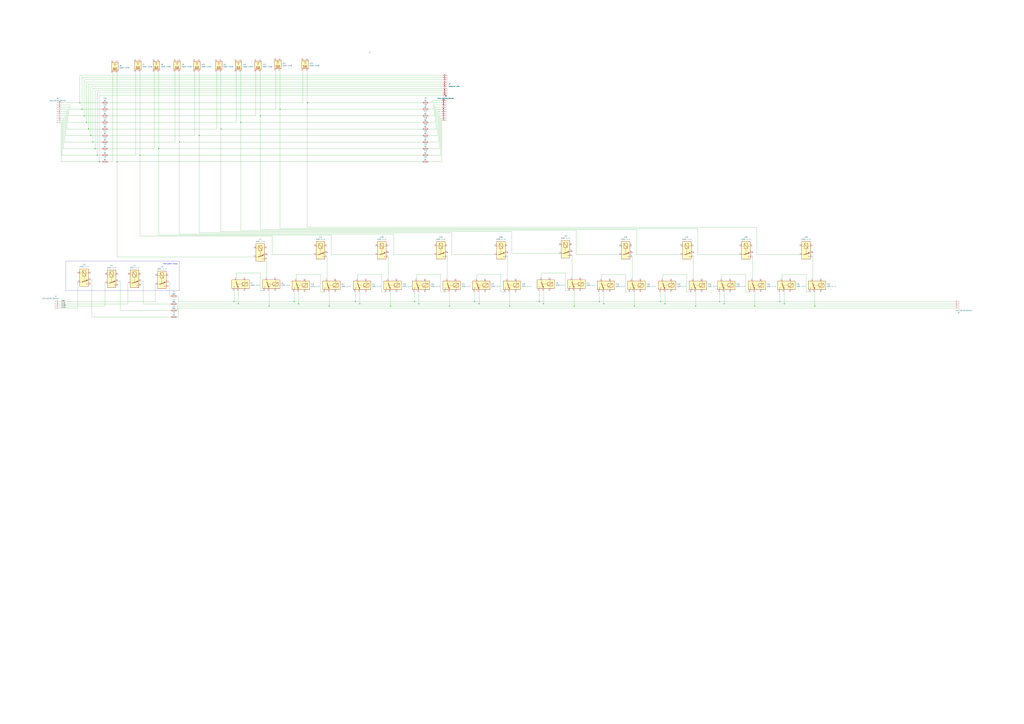
<source format=kicad_sch>
(kicad_sch (version 20230121) (generator eeschema)
  (paper "A0")
  (lib_symbols
    (symbol "Connector:Conn_01x04_Socket" (pin_names (offset 1.016) hide)
      (property "Reference" "J" (at 0 5.08 0))
      (property "Value" "Conn_01x04_Socket" (at 0 -7.62 0))
      (symbol "Conn_01x04_Socket_1_1"
        (arc (start 0 -4.572) (mid -0.5058 -5.08) (end 0 -5.588) (stroke (width 0.1524)))
        (arc (start 0 -2.032) (mid -0.5058 -2.54) (end 0 -3.048) (stroke (width 0.1524)))
        (polyline (pts (xy -1.27 -5.08) (xy -0.508 -5.08)) (stroke (width 0.1524)))
        (polyline (pts (xy -1.27 -2.54) (xy -0.508 -2.54)) (stroke (width 0.1524)))
        (polyline (pts (xy -1.27 0) (xy -0.508 0)) (stroke (width 0.1524)))
        (polyline (pts (xy -1.27 2.54) (xy -0.508 2.54)) (stroke (width 0.1524)))
        (arc (start 0 0.508) (mid -0.5058 0) (end 0 -0.508) (stroke (width 0.1524)))
        (arc (start 0 3.048) (mid -0.5058 2.54) (end 0 2.032) (stroke (width 0.1524)))
        (pin passive line (at -5.08 2.54 0) (length 3.81) (name "Pin_1") (number "1"))
        (pin passive line (at -5.08 0 0) (length 3.81) (name "Pin_2") (number "2"))
        (pin passive line (at -5.08 -2.54 0) (length 3.81) (name "Pin_3") (number "3"))
        (pin passive line (at -5.08 -5.08 0) (length 3.81) (name "Pin_4") (number "4"))
      )
    )
    (symbol "Connector:Conn_01x10_Socket" (pin_names (offset 1.016) hide)
      (property "Reference" "J" (at 0 12.7 0))
      (property "Value" "Conn_01x10_Socket" (at 0 -15.24 0))
      (symbol "Conn_01x10_Socket_1_1"
        (arc (start 0 -12.192) (mid -0.5058 -12.7) (end 0 -13.208) (stroke (width 0.1524)))
        (arc (start 0 -9.652) (mid -0.5058 -10.16) (end 0 -10.668) (stroke (width 0.1524)))
        (arc (start 0 -7.112) (mid -0.5058 -7.62) (end 0 -8.128) (stroke (width 0.1524)))
        (arc (start 0 -4.572) (mid -0.5058 -5.08) (end 0 -5.588) (stroke (width 0.1524)))
        (arc (start 0 -2.032) (mid -0.5058 -2.54) (end 0 -3.048) (stroke (width 0.1524)))
        (polyline (pts (xy -1.27 -12.7) (xy -0.508 -12.7)) (stroke (width 0.1524)))
        (polyline (pts (xy -1.27 -10.16) (xy -0.508 -10.16)) (stroke (width 0.1524)))
        (polyline (pts (xy -1.27 -7.62) (xy -0.508 -7.62)) (stroke (width 0.1524)))
        (polyline (pts (xy -1.27 -5.08) (xy -0.508 -5.08)) (stroke (width 0.1524)))
        (polyline (pts (xy -1.27 -2.54) (xy -0.508 -2.54)) (stroke (width 0.1524)))
        (polyline (pts (xy -1.27 0) (xy -0.508 0)) (stroke (width 0.1524)))
        (polyline (pts (xy -1.27 2.54) (xy -0.508 2.54)) (stroke (width 0.1524)))
        (polyline (pts (xy -1.27 5.08) (xy -0.508 5.08)) (stroke (width 0.1524)))
        (polyline (pts (xy -1.27 7.62) (xy -0.508 7.62)) (stroke (width 0.1524)))
        (polyline (pts (xy -1.27 10.16) (xy -0.508 10.16)) (stroke (width 0.1524)))
        (arc (start 0 0.508) (mid -0.5058 0) (end 0 -0.508) (stroke (width 0.1524)))
        (arc (start 0 3.048) (mid -0.5058 2.54) (end 0 2.032) (stroke (width 0.1524)))
        (arc (start 0 5.588) (mid -0.5058 5.08) (end 0 4.572) (stroke (width 0.1524)))
        (arc (start 0 8.128) (mid -0.5058 7.62) (end 0 7.112) (stroke (width 0.1524)))
        (arc (start 0 10.668) (mid -0.5058 10.16) (end 0 9.652) (stroke (width 0.1524)))
        (pin passive line (at -5.08 10.16 0) (length 3.81) (name "Pin_1") (number "1"))
        (pin passive line (at -5.08 -12.7 0) (length 3.81) (name "Pin_10") (number "10"))
        (pin passive line (at -5.08 7.62 0) (length 3.81) (name "Pin_2") (number "2"))
        (pin passive line (at -5.08 5.08 0) (length 3.81) (name "Pin_3") (number "3"))
        (pin passive line (at -5.08 2.54 0) (length 3.81) (name "Pin_4") (number "4"))
        (pin passive line (at -5.08 0 0) (length 3.81) (name "Pin_5") (number "5"))
        (pin passive line (at -5.08 -2.54 0) (length 3.81) (name "Pin_6") (number "6"))
        (pin passive line (at -5.08 -5.08 0) (length 3.81) (name "Pin_7") (number "7"))
        (pin passive line (at -5.08 -7.62 0) (length 3.81) (name "Pin_8") (number "8"))
        (pin passive line (at -5.08 -10.16 0) (length 3.81) (name "Pin_9") (number "9"))
      )
    )
    (symbol "Device:Fuse" (pin_numbers hide) (pin_names (offset 0))
      (property "Reference" "F" (at 2.032 0 90))
      (property "Value" "Fuse" (at -1.905 0 90))
      (symbol "Fuse_0_1"
        (rectangle (start -0.762 -2.54) (end 0.762 2.54) (stroke (width 0.254)))
        (polyline (pts (xy 0 2.54) (xy 0 -2.54)))
      )
      (symbol "Fuse_1_1"
        (pin passive line (at 0 3.81 270) (length 1.27) (name "~") (number "1"))
        (pin passive line (at 0 -3.81 90) (length 1.27) (name "~") (number "2"))
      )
    )
    (symbol "Relay:G2RL-1-H"
      (property "Reference" "K" (at 11.43 3.81 0))
      (property "Value" "G2RL-1-H" (at 11.43 1.27 0))
      (symbol "G2RL-1-H_0_0"
        (polyline (pts (xy 7.62 5.08) (xy 7.62 2.54) (xy 6.985 3.175) (xy 7.62 3.81)))
      )
      (symbol "G2RL-1-H_0_1"
        (rectangle (start -10.16 5.08) (end 10.16 -5.08) (stroke (width 0.254)) (fill (type background)))
        (rectangle (start -8.255 1.905) (end -1.905 -1.905) (stroke (width 0.254)))
        (polyline (pts (xy -7.62 -1.905) (xy -2.54 1.905)) (stroke (width 0.254)))
        (polyline (pts (xy -5.08 -5.08) (xy -5.08 -1.905)))
        (polyline (pts (xy -5.08 5.08) (xy -5.08 1.905)))
        (polyline (pts (xy -1.905 0) (xy -1.27 0)) (stroke (width 0.254)))
        (polyline (pts (xy -0.635 0) (xy 0 0)) (stroke (width 0.254)))
        (polyline (pts (xy 0.635 0) (xy 1.27 0)) (stroke (width 0.254)))
        (polyline (pts (xy 1.905 0) (xy 2.54 0)) (stroke (width 0.254)))
        (polyline (pts (xy 3.175 0) (xy 3.81 0)) (stroke (width 0.254)))
        (polyline (pts (xy 5.08 -2.54) (xy 3.175 3.81)) (stroke (width 0.508)))
        (polyline (pts (xy 5.08 -2.54) (xy 5.08 -5.08)))
        (polyline (pts (xy 2.54 5.08) (xy 2.54 2.54) (xy 3.175 3.175) (xy 2.54 3.81)) (fill (type outline)))
      )
      (symbol "G2RL-1-H_1_1"
        (pin passive line (at 5.08 -7.62 90) (length 2.54) (name "~") (number "11"))
        (pin passive line (at 2.54 7.62 270) (length 2.54) (name "~") (number "12"))
        (pin passive line (at 7.62 7.62 270) (length 2.54) (name "~") (number "14"))
        (pin passive line (at -5.08 7.62 270) (length 2.54) (name "~") (number "A1"))
        (pin passive line (at -5.08 -7.62 90) (length 2.54) (name "~") (number "A2"))
      )
    )
    (symbol "Relay_SolidState:ASSR-1218"
      (property "Reference" "U" (at -5.08 5.08 0))
      (property "Value" "ASSR-1218" (at 0 5.08 0))
      (symbol "ASSR-1218_0_1"
        (rectangle (start -5.08 3.81) (end 5.08 -3.81) (stroke (width 0.254)) (fill (type background)))
        (polyline (pts (xy -3.81 -0.635) (xy -2.54 -0.635)))
        (polyline (pts (xy 1.016 -0.635) (xy 1.016 -2.159)) (stroke (width 0.2032)))
        (polyline (pts (xy 1.016 2.159) (xy 1.016 0.635)) (stroke (width 0.2032)))
        (polyline (pts (xy 1.524 -0.508) (xy 1.524 -0.762)) (stroke (width 0.3556)))
        (polyline (pts (xy 2.794 0) (xy 3.81 0)))
        (polyline (pts (xy 3.429 -1.651) (xy 4.191 -1.651)))
        (polyline (pts (xy 3.429 1.651) (xy 4.191 1.651)))
        (polyline (pts (xy 3.81 -2.54) (xy 3.81 2.54)))
        (polyline (pts (xy 1.524 -2.032) (xy 1.524 -2.286) (xy 1.524 -2.286)) (stroke (width 0.3556)))
        (polyline (pts (xy 1.524 -1.27) (xy 1.524 -1.524) (xy 1.524 -1.524)) (stroke (width 0.3556)))
        (polyline (pts (xy 1.524 0.762) (xy 1.524 0.508) (xy 1.524 0.508)) (stroke (width 0.3556)))
        (polyline (pts (xy 1.524 1.524) (xy 1.524 1.27) (xy 1.524 1.27)) (stroke (width 0.3556)))
        (polyline (pts (xy 1.524 2.286) (xy 1.524 2.032) (xy 1.524 2.032)) (stroke (width 0.3556)))
        (polyline (pts (xy 1.651 -1.397) (xy 2.794 -1.397) (xy 2.794 -0.635)))
        (polyline (pts (xy 1.651 1.397) (xy 2.794 1.397) (xy 2.794 0.635)))
        (polyline (pts (xy -5.08 2.54) (xy -3.175 2.54) (xy -3.175 -2.54) (xy -5.08 -2.54)))
        (polyline (pts (xy -3.175 -0.635) (xy -3.81 0.635) (xy -2.54 0.635) (xy -3.175 -0.635)))
        (polyline (pts (xy 1.651 -2.159) (xy 2.794 -2.159) (xy 2.794 -2.54) (xy 5.08 -2.54)))
        (polyline (pts (xy 1.651 -0.635) (xy 2.794 -0.635) (xy 2.794 0.635) (xy 1.651 0.635)))
        (polyline (pts (xy 1.651 2.159) (xy 2.794 2.159) (xy 2.794 2.54) (xy 5.08 2.54)))
        (polyline (pts (xy 1.778 -1.397) (xy 2.286 -1.27) (xy 2.286 -1.524) (xy 1.778 -1.397)))
        (polyline (pts (xy 1.778 1.397) (xy 2.286 1.524) (xy 2.286 1.27) (xy 1.778 1.397)))
        (polyline (pts (xy 3.81 -1.651) (xy 3.429 -0.889) (xy 4.191 -0.889) (xy 3.81 -1.651)))
        (polyline (pts (xy 3.81 1.651) (xy 3.429 0.889) (xy 4.191 0.889) (xy 3.81 1.651)))
        (polyline (pts (xy -1.905 -0.508) (xy -0.635 -0.508) (xy -1.016 -0.635) (xy -1.016 -0.381) (xy -0.635 -0.508)))
        (polyline (pts (xy -1.905 0.508) (xy -0.635 0.508) (xy -1.016 0.381) (xy -1.016 0.635) (xy -0.635 0.508)))
        (circle (center 2.794 -0.635) (radius 0.127))
        (circle (center 2.794 0) (radius 0.127))
        (circle (center 2.794 0.635) (radius 0.127))
        (circle (center 3.81 -2.54) (radius 0.127))
        (circle (center 3.81 0) (radius 0.127))
        (circle (center 3.81 2.54) (radius 0.127))
      )
      (symbol "ASSR-1218_1_1"
        (pin passive line (at -7.62 2.54 0) (length 2.54) (name "~") (number "1"))
        (pin passive line (at -7.62 -2.54 0) (length 2.54) (name "~") (number "2"))
        (pin passive line (at 7.62 -2.54 180) (length 2.54) (name "~") (number "3"))
        (pin passive line (at 7.62 2.54 180) (length 2.54) (name "~") (number "4"))
      )
    )
  )
  (junction (at 695.96 350.52))
  (junction (at 807.72 355.6))
  (junction (at 910.59 353.06))
  (junction (at 626.11 350.52))
  (junction (at 341.63 350.52))
  (junction (at 312.42 355.6))
  (junction (at 356.87 119.38))
  (junction (at 115.57 187.96))
  (junction (at 556.26 353.06))
  (junction (at 110.49 172.72))
  (junction (at 835.66 350.52))
  (junction (at 231.14 157.48))
  (junction (at 701.04 353.06))
  (junction (at 412.75 350.52))
  (junction (at 92.71 119.38))
  (junction (at 100.33 142.24))
  (junction (at 666.75 355.6))
  (junction (at 95.25 127))
  (junction (at 453.39 355.6))
  (junction (at 184.15 172.72))
  (junction (at 417.83 353.06))
  (junction (at 876.3 355.6))
  (junction (at 631.19 353.06))
  (junction (at 97.79 134.62))
  (junction (at 736.6 355.6))
  (junction (at 271.78 350.52))
  (junction (at 256.54 149.86))
  (junction (at 276.86 353.06))
  (junction (at 486.41 353.06))
  (junction (at 208.28 165.1))
  (junction (at 325.12 127))
  (junction (at 279.4 142.24))
  (junction (at 382.27 355.6))
  (junction (at 521.97 355.6))
  (junction (at 135.89 187.96))
  (junction (at 302.26 134.62))
  (junction (at 551.18 350.52))
  (junction (at 107.95 165.1))
  (junction (at 105.41 157.48))
  (junction (at 946.15 355.6))
  (junction (at 162.56 180.34))
  (junction (at 346.71 353.06))
  (junction (at 113.03 180.34))
  (junction (at 481.33 350.52))
  (junction (at 772.16 353.06))
  (junction (at 767.08 350.52))
  (junction (at 840.74 353.06))
  (junction (at 905.51 350.52))
  (junction (at 591.82 355.6))
  (junction (at 102.87 149.86))
  (no_connect (at 309.88 295.91))
  (no_connect (at 873.76 293.37))
  (no_connect (at 429.26 60.96))
  (no_connect (at 450.85 293.37))
  (no_connect (at 943.61 293.37))
  (no_connect (at 805.18 293.37))
  (no_connect (at 379.73 293.37))
  (no_connect (at 734.06 293.37))
  (no_connect (at 519.43 293.37))
  (no_connect (at 664.21 292.1))
  (no_connect (at 589.28 293.37))
  (wire (pts (xy 125.73 142.24) (xy 274.32 142.24)))
  (wire (pts (xy 581.66 318.77) (xy 581.66 339.09)))
  (wire (pts (xy 184.15 273.05) (xy 184.15 172.72)))
  (wire (pts (xy 504.19 134.62) (xy 504.19 121.92)))
  (wire (pts (xy 486.41 353.06) (xy 556.26 353.06)))
  (wire (pts (xy 946.15 339.09) (xy 946.15 355.6)))
  (wire (pts (xy 928.37 295.91) (xy 878.84 295.91)))
  (wire (pts (xy 302.26 337.82) (xy 307.34 337.82)))
  (wire (pts (xy 166.37 326.39) (xy 166.37 353.06)))
  (wire (pts (xy 256.54 269.24) (xy 256.54 149.86)))
  (wire (pts (xy 316.23 295.91) (xy 316.23 274.32)))
  (wire (pts (xy 626.11 337.82) (xy 626.11 350.52)))
  (wire (pts (xy 589.28 298.45) (xy 589.28 323.85)))
  (wire (pts (xy 81.28 127) (xy 81.28 121.92)))
  (wire (pts (xy 205.74 353.06) (xy 276.86 353.06)))
  (wire (pts (xy 341.63 350.52) (xy 412.75 350.52)))
  (wire (pts (xy 351.79 82.55) (xy 351.79 119.38)))
  (wire (pts (xy 316.23 274.32) (xy 162.56 274.32)))
  (wire (pts (xy 521.97 339.09) (xy 521.97 355.6)))
  (wire (pts (xy 524.51 270.51) (xy 231.14 270.51)))
  (wire (pts (xy 935.99 318.77) (xy 935.99 339.09)))
  (wire (pts (xy 835.66 350.52) (xy 905.51 350.52)))
  (wire (pts (xy 76.2 157.48) (xy 76.2 132.08)))
  (wire (pts (xy 115.57 187.96) (xy 118.11 187.96)))
  (wire (pts (xy 594.36 269.24) (xy 256.54 269.24)))
  (wire (pts (xy 256.54 83.82) (xy 256.54 149.86)))
  (wire (pts (xy 767.08 350.52) (xy 835.66 350.52)))
  (wire (pts (xy 72.39 180.34) (xy 72.39 139.7)))
  (wire (pts (xy 356.87 82.55) (xy 356.87 119.38)))
  (wire (pts (xy 302.26 317.5) (xy 302.26 337.82)))
  (wire (pts (xy 840.74 339.09) (xy 840.74 353.06)))
  (wire (pts (xy 312.42 355.6) (xy 382.27 355.6)))
  (wire (pts (xy 76.2 157.48) (xy 105.41 157.48)))
  (wire (pts (xy 68.58 355.6) (xy 121.92 355.6)))
  (wire (pts (xy 858.52 295.91) (xy 810.26 295.91)))
  (wire (pts (xy 346.71 339.09) (xy 346.71 353.06)))
  (wire (pts (xy 162.56 180.34) (xy 162.56 83.82)))
  (wire (pts (xy 125.73 134.62) (xy 297.18 134.62)))
  (wire (pts (xy 92.71 119.38) (xy 118.11 119.38)))
  (wire (pts (xy 372.11 339.09) (xy 377.19 339.09)))
  (wire (pts (xy 92.71 87.63) (xy 92.71 119.38)))
  (wire (pts (xy 205.74 344.17) (xy 207.01 344.17)))
  (wire (pts (xy 946.15 355.6) (xy 1108.71 355.6)))
  (wire (pts (xy 810.26 295.91) (xy 810.26 265.43)))
  (wire (pts (xy 125.73 119.38) (xy 351.79 119.38)))
  (wire (pts (xy 513.08 187.96) (xy 513.08 139.7)))
  (wire (pts (xy 669.29 295.91) (xy 669.29 267.97)))
  (wire (pts (xy 628.65 317.5) (xy 656.59 317.5)))
  (wire (pts (xy 73.66 137.16) (xy 71.12 137.16)))
  (wire (pts (xy 125.73 157.48) (xy 226.06 157.48)))
  (wire (pts (xy 807.72 355.6) (xy 876.3 355.6)))
  (wire (pts (xy 162.56 274.32) (xy 162.56 180.34)))
  (wire (pts (xy 73.66 172.72) (xy 110.49 172.72)))
  (wire (pts (xy 302.26 83.82) (xy 302.26 134.62)))
  (wire (pts (xy 506.73 149.86) (xy 497.84 149.86)))
  (wire (pts (xy 457.2 271.78) (xy 208.28 271.78)))
  (wire (pts (xy 207.01 358.14) (xy 207.01 368.3)))
  (wire (pts (xy 102.87 149.86) (xy 118.11 149.86)))
  (wire (pts (xy 110.49 105.41) (xy 110.49 172.72)))
  (wire (pts (xy 726.44 318.77) (xy 726.44 339.09)))
  (wire (pts (xy 274.32 83.82) (xy 274.32 142.24)))
  (wire (pts (xy 412.75 350.52) (xy 481.33 350.52)))
  (wire (pts (xy 628.65 322.58) (xy 628.65 317.5)))
  (wire (pts (xy 110.49 172.72) (xy 118.11 172.72)))
  (wire (pts (xy 102.87 97.79) (xy 102.87 149.86)))
  (wire (pts (xy 309.88 300.99) (xy 309.88 322.58)))
  (wire (pts (xy 274.32 322.58) (xy 274.32 317.5)))
  (wire (pts (xy 157.48 83.82) (xy 157.48 180.34)))
  (wire (pts (xy 511.81 180.34) (xy 511.81 137.16)))
  (wire (pts (xy 807.72 339.09) (xy 807.72 355.6)))
  (wire (pts (xy 483.87 323.85) (xy 483.87 318.77)))
  (wire (pts (xy 276.86 337.82) (xy 276.86 353.06)))
  (wire (pts (xy 457.2 295.91) (xy 457.2 271.78)))
  (wire (pts (xy 95.25 127) (xy 118.11 127)))
  (wire (pts (xy 207.01 350.52) (xy 271.78 350.52)))
  (wire (pts (xy 130.81 85.09) (xy 130.81 187.96)))
  (wire (pts (xy 271.78 350.52) (xy 341.63 350.52)))
  (wire (pts (xy 481.33 339.09) (xy 481.33 350.52)))
  (wire (pts (xy 669.29 267.97) (xy 279.4 267.97)))
  (wire (pts (xy 878.84 264.16) (xy 356.87 264.16)))
  (wire (pts (xy 666.75 355.6) (xy 736.6 355.6)))
  (wire (pts (xy 208.28 83.82) (xy 208.28 165.1)))
  (wire (pts (xy 840.74 353.06) (xy 910.59 353.06)))
  (wire (pts (xy 100.33 95.25) (xy 100.33 142.24)))
  (wire (pts (xy 453.39 355.6) (xy 521.97 355.6)))
  (wire (pts (xy 581.66 339.09) (xy 586.74 339.09)))
  (wire (pts (xy 524.51 295.91) (xy 524.51 270.51)))
  (wire (pts (xy 767.08 339.09) (xy 767.08 350.52)))
  (wire (pts (xy 382.27 339.09) (xy 382.27 355.6)))
  (wire (pts (xy 68.58 353.06) (xy 148.59 353.06)))
  (wire (pts (xy 97.79 92.71) (xy 97.79 134.62)))
  (wire (pts (xy 77.47 149.86) (xy 77.47 129.54)))
  (wire (pts (xy 695.96 350.52) (xy 767.08 350.52)))
  (wire (pts (xy 701.04 353.06) (xy 772.16 353.06)))
  (wire (pts (xy 135.89 85.09) (xy 135.89 187.96)))
  (wire (pts (xy 736.6 339.09) (xy 736.6 355.6)))
  (wire (pts (xy 810.26 265.43) (xy 325.12 265.43)))
  (wire (pts (xy 739.14 266.7) (xy 302.26 266.7)))
  (wire (pts (xy 74.93 165.1) (xy 107.95 165.1)))
  (wire (pts (xy 734.06 298.45) (xy 734.06 323.85)))
  (wire (pts (xy 504.19 134.62) (xy 497.84 134.62)))
  (wire (pts (xy 72.39 139.7) (xy 71.12 139.7)))
  (wire (pts (xy 344.17 318.77) (xy 372.11 318.77)))
  (wire (pts (xy 514.35 97.79) (xy 102.87 97.79)))
  (wire (pts (xy 256.54 149.86) (xy 490.22 149.86)))
  (wire (pts (xy 508 157.48) (xy 497.84 157.48)))
  (wire (pts (xy 656.59 337.82) (xy 661.67 337.82)))
  (wire (pts (xy 910.59 339.09) (xy 910.59 353.06)))
  (wire (pts (xy 838.2 323.85) (xy 838.2 318.77)))
  (wire (pts (xy 95.25 90.17) (xy 95.25 127)))
  (wire (pts (xy 179.07 83.82) (xy 179.07 172.72)))
  (wire (pts (xy 772.16 353.06) (xy 840.74 353.06)))
  (wire (pts (xy 364.49 295.91) (xy 316.23 295.91)))
  (wire (pts (xy 772.16 339.09) (xy 772.16 353.06)))
  (wire (pts (xy 876.3 339.09) (xy 876.3 355.6)))
  (wire (pts (xy 551.18 350.52) (xy 626.11 350.52)))
  (wire (pts (xy 739.14 295.91) (xy 739.14 266.7)))
  (wire (pts (xy 251.46 83.82) (xy 251.46 149.86)))
  (wire (pts (xy 135.89 187.96) (xy 135.89 298.45)))
  (wire (pts (xy 838.2 318.77) (xy 866.14 318.77)))
  (wire (pts (xy 302.26 134.62) (xy 490.22 134.62)))
  (wire (pts (xy 506.73 149.86) (xy 506.73 127)))
  (wire (pts (xy 139.7 326.39) (xy 139.7 360.68)))
  (wire (pts (xy 698.5 318.77) (xy 726.44 318.77)))
  (wire (pts (xy 231.14 157.48) (xy 490.22 157.48)))
  (wire (pts (xy 415.29 318.77) (xy 443.23 318.77)))
  (wire (pts (xy 908.05 318.77) (xy 935.99 318.77)))
  (wire (pts (xy 504.19 295.91) (xy 457.2 295.91)))
  (wire (pts (xy 166.37 353.06) (xy 198.12 353.06)))
  (wire (pts (xy 113.03 107.95) (xy 113.03 180.34)))
  (wire (pts (xy 908.05 323.85) (xy 908.05 318.77)))
  (wire (pts (xy 208.28 271.78) (xy 208.28 165.1)))
  (wire (pts (xy 78.74 127) (xy 71.12 127)))
  (wire (pts (xy 302.26 134.62) (xy 302.26 266.7)))
  (wire (pts (xy 505.46 142.24) (xy 497.84 142.24)))
  (wire (pts (xy 80.01 134.62) (xy 80.01 124.46)))
  (wire (pts (xy 551.18 339.09) (xy 551.18 350.52)))
  (wire (pts (xy 356.87 119.38) (xy 490.22 119.38)))
  (wire (pts (xy 514.35 87.63) (xy 92.71 87.63)))
  (wire (pts (xy 905.51 350.52) (xy 1108.71 350.52)))
  (wire (pts (xy 71.12 119.38) (xy 92.71 119.38)))
  (wire (pts (xy 510.54 134.62) (xy 513.08 134.62)))
  (wire (pts (xy 501.65 116.84) (xy 513.08 116.84)))
  (wire (pts (xy 505.46 142.24) (xy 505.46 124.46)))
  (wire (pts (xy 511.81 318.77) (xy 511.81 339.09)))
  (wire (pts (xy 320.04 82.55) (xy 320.04 127)))
  (wire (pts (xy 769.62 318.77) (xy 797.56 318.77)))
  (wire (pts (xy 71.12 187.96) (xy 115.57 187.96)))
  (wire (pts (xy 501.65 119.38) (xy 501.65 116.84)))
  (wire (pts (xy 125.73 165.1) (xy 203.2 165.1)))
  (wire (pts (xy 148.59 328.93) (xy 148.59 353.06)))
  (wire (pts (xy 508 129.54) (xy 513.08 129.54)))
  (wire (pts (xy 125.73 149.86) (xy 251.46 149.86)))
  (wire (pts (xy 180.34 330.2) (xy 180.34 350.52)))
  (wire (pts (xy 666.75 337.82) (xy 666.75 355.6)))
  (wire (pts (xy 73.66 172.72) (xy 73.66 137.16)))
  (wire (pts (xy 443.23 318.77) (xy 443.23 339.09)))
  (wire (pts (xy 417.83 353.06) (xy 486.41 353.06)))
  (wire (pts (xy 276.86 353.06) (xy 346.71 353.06)))
  (wire (pts (xy 506.73 127) (xy 513.08 127)))
  (wire (pts (xy 135.89 187.96) (xy 490.22 187.96)))
  (wire (pts (xy 591.82 355.6) (xy 666.75 355.6)))
  (wire (pts (xy 203.2 83.82) (xy 203.2 165.1)))
  (wire (pts (xy 341.63 339.09) (xy 341.63 350.52)))
  (wire (pts (xy 789.94 295.91) (xy 739.14 295.91)))
  (wire (pts (xy 125.73 187.96) (xy 130.81 187.96)))
  (wire (pts (xy 162.56 180.34) (xy 490.22 180.34)))
  (wire (pts (xy 490.22 142.24) (xy 279.4 142.24)))
  (wire (pts (xy 106.68 368.3) (xy 198.12 368.3)))
  (wire (pts (xy 226.06 83.82) (xy 226.06 157.48)))
  (wire (pts (xy 486.41 339.09) (xy 486.41 353.06)))
  (wire (pts (xy 943.61 298.45) (xy 943.61 323.85)))
  (wire (pts (xy 107.95 165.1) (xy 118.11 165.1)))
  (wire (pts (xy 78.74 142.24) (xy 100.33 142.24)))
  (wire (pts (xy 100.33 142.24) (xy 118.11 142.24)))
  (wire (pts (xy 504.19 121.92) (xy 513.08 121.92)))
  (wire (pts (xy 139.7 360.68) (xy 198.12 360.68)))
  (wire (pts (xy 501.65 119.38) (xy 497.84 119.38)))
  (wire (pts (xy 163.83 326.39) (xy 166.37 326.39)))
  (wire (pts (xy 184.15 172.72) (xy 490.22 172.72)))
  (wire (pts (xy 514.35 92.71) (xy 97.79 92.71)))
  (wire (pts (xy 443.23 339.09) (xy 448.31 339.09)))
  (wire (pts (xy 274.32 317.5) (xy 302.26 317.5)))
  (wire (pts (xy 205.74 355.6) (xy 312.42 355.6)))
  (wire (pts (xy 105.41 157.48) (xy 118.11 157.48)))
  (wire (pts (xy 325.12 265.43) (xy 325.12 127)))
  (wire (pts (xy 71.12 187.96) (xy 71.12 142.24)))
  (wire (pts (xy 279.4 267.97) (xy 279.4 142.24)))
  (wire (pts (xy 205.74 368.3) (xy 207.01 368.3)))
  (wire (pts (xy 701.04 339.09) (xy 701.04 353.06)))
  (wire (pts (xy 412.75 339.09) (xy 412.75 350.52)))
  (wire (pts (xy 105.41 100.33) (xy 105.41 157.48)))
  (wire (pts (xy 648.97 294.64) (xy 594.36 294.64)))
  (wire (pts (xy 379.73 298.45) (xy 379.73 323.85)))
  (wire (pts (xy 68.58 350.52) (xy 180.34 350.52)))
  (wire (pts (xy 521.97 355.6) (xy 591.82 355.6)))
  (wire (pts (xy 508 157.48) (xy 508 129.54)))
  (wire (pts (xy 835.66 339.09) (xy 835.66 350.52)))
  (wire (pts (xy 805.18 298.45) (xy 805.18 323.85)))
  (wire (pts (xy 866.14 318.77) (xy 866.14 339.09)))
  (wire (pts (xy 90.17 327.66) (xy 90.17 358.14)))
  (wire (pts (xy 718.82 295.91) (xy 669.29 295.91)))
  (wire (pts (xy 105.41 325.12) (xy 106.68 325.12)))
  (wire (pts (xy 511.81 339.09) (xy 516.89 339.09)))
  (wire (pts (xy 81.28 127) (xy 95.25 127)))
  (wire (pts (xy 736.6 355.6) (xy 807.72 355.6)))
  (wire (pts (xy 74.93 134.62) (xy 71.12 134.62)))
  (wire (pts (xy 279.4 142.24) (xy 279.4 83.82)))
  (wire (pts (xy 450.85 298.45) (xy 450.85 323.85)))
  (wire (pts (xy 372.11 318.77) (xy 372.11 339.09)))
  (wire (pts (xy 97.79 134.62) (xy 118.11 134.62)))
  (wire (pts (xy 207.01 344.17) (xy 207.01 350.52)))
  (wire (pts (xy 205.74 360.68) (xy 205.74 355.6)))
  (wire (pts (xy 312.42 337.82) (xy 312.42 355.6)))
  (wire (pts (xy 115.57 110.49) (xy 115.57 187.96)))
  (wire (pts (xy 208.28 165.1) (xy 490.22 165.1)))
  (wire (pts (xy 513.08 187.96) (xy 497.84 187.96)))
  (wire (pts (xy 505.46 124.46) (xy 513.08 124.46)))
  (wire (pts (xy 346.71 353.06) (xy 417.83 353.06)))
  (wire (pts (xy 481.33 350.52) (xy 551.18 350.52)))
  (wire (pts (xy 121.92 328.93) (xy 121.92 355.6)))
  (wire (pts (xy 453.39 339.09) (xy 453.39 355.6)))
  (wire (pts (xy 125.73 180.34) (xy 157.48 180.34)))
  (wire (pts (xy 556.26 353.06) (xy 631.19 353.06)))
  (wire (pts (xy 81.28 121.92) (xy 71.12 121.92)))
  (wire (pts (xy 106.68 325.12) (xy 106.68 368.3)))
  (wire (pts (xy 483.87 318.77) (xy 511.81 318.77)))
  (wire (pts (xy 80.01 124.46) (xy 71.12 124.46)))
  (wire (pts (xy 514.35 102.87) (xy 107.95 102.87)))
  (wire (pts (xy 519.43 298.45) (xy 519.43 323.85)))
  (wire (pts (xy 876.3 355.6) (xy 946.15 355.6)))
  (wire (pts (xy 594.36 294.64) (xy 594.36 269.24)))
  (wire (pts (xy 556.26 339.09) (xy 556.26 353.06)))
  (wire (pts (xy 72.39 180.34) (xy 113.03 180.34)))
  (wire (pts (xy 509.27 165.1) (xy 497.84 165.1)))
  (wire (pts (xy 271.78 337.82) (xy 271.78 350.52)))
  (wire (pts (xy 384.81 295.91) (xy 384.81 273.05)))
  (wire (pts (xy 656.59 317.5) (xy 656.59 337.82)))
  (wire (pts (xy 631.19 337.82) (xy 631.19 353.06)))
  (wire (pts (xy 125.73 127) (xy 320.04 127)))
  (wire (pts (xy 866.14 339.09) (xy 871.22 339.09)))
  (wire (pts (xy 553.72 323.85) (xy 553.72 318.77)))
  (wire (pts (xy 417.83 339.09) (xy 417.83 353.06)))
  (wire (pts (xy 490.22 127) (xy 325.12 127)))
  (wire (pts (xy 591.82 339.09) (xy 591.82 355.6)))
  (wire (pts (xy 553.72 318.77) (xy 581.66 318.77)))
  (wire (pts (xy 76.2 132.08) (xy 71.12 132.08)))
  (wire (pts (xy 231.14 83.82) (xy 231.14 157.48)))
  (wire (pts (xy 769.62 323.85) (xy 769.62 318.77)))
  (wire (pts (xy 574.04 295.91) (xy 524.51 295.91)))
  (wire (pts (xy 631.19 353.06) (xy 701.04 353.06)))
  (wire (pts (xy 344.17 323.85) (xy 344.17 318.77)))
  (wire (pts (xy 325.12 127) (xy 325.12 82.55)))
  (wire (pts (xy 514.35 90.17) (xy 95.25 90.17)))
  (wire (pts (xy 511.81 180.34) (xy 497.84 180.34)))
  (wire (pts (xy 878.84 295.91) (xy 878.84 264.16)))
  (wire (pts (xy 664.21 297.18) (xy 664.21 322.58)))
  (wire (pts (xy 797.56 318.77) (xy 797.56 339.09)))
  (wire (pts (xy 74.93 134.62) (xy 74.93 165.1)))
  (wire (pts (xy 797.56 339.09) (xy 802.64 339.09)))
  (wire (pts (xy 502.92 127) (xy 497.84 127)))
  (wire (pts (xy 77.47 129.54) (xy 71.12 129.54)))
  (wire (pts (xy 80.01 134.62) (xy 97.79 134.62)))
  (wire (pts (xy 231.14 157.48) (xy 231.14 270.51)))
  (wire (pts (xy 873.76 298.45) (xy 873.76 323.85)))
  (wire (pts (xy 514.35 100.33) (xy 105.41 100.33)))
  (wire (pts (xy 514.35 95.25) (xy 100.33 95.25)))
  (wire (pts (xy 514.35 110.49) (xy 115.57 110.49)))
  (wire (pts (xy 626.11 350.52) (xy 695.96 350.52)))
  (wire (pts (xy 509.27 132.08) (xy 513.08 132.08)))
  (wire (pts (xy 297.18 83.82) (xy 297.18 134.62)))
  (wire (pts (xy 514.35 105.41) (xy 110.49 105.41)))
  (wire (pts (xy 502.92 119.38) (xy 513.08 119.38)))
  (wire (pts (xy 502.92 127) (xy 502.92 119.38)))
  (wire (pts (xy 107.95 102.87) (xy 107.95 165.1)))
  (wire (pts (xy 935.99 339.09) (xy 941.07 339.09)))
  (wire (pts (xy 207.01 358.14) (xy 1108.71 358.14)))
  (wire (pts (xy 698.5 323.85) (xy 698.5 318.77)))
  (wire (pts (xy 356.87 264.16) (xy 356.87 119.38)))
  (wire (pts (xy 514.35 107.95) (xy 113.03 107.95)))
  (wire (pts (xy 726.44 339.09) (xy 731.52 339.09)))
  (wire (pts (xy 435.61 295.91) (xy 384.81 295.91)))
  (wire (pts (xy 905.51 339.09) (xy 905.51 350.52)))
  (wire (pts (xy 509.27 132.08) (xy 509.27 165.1)))
  (wire (pts (xy 184.15 83.82) (xy 184.15 172.72)))
  (wire (pts (xy 195.58 327.66) (xy 196.85 327.66)))
  (wire (pts (xy 695.96 339.09) (xy 695.96 350.52)))
  (wire (pts (xy 384.81 273.05) (xy 184.15 273.05)))
  (wire (pts (xy 196.85 327.66) (xy 196.85 344.17)))
  (wire (pts (xy 382.27 355.6) (xy 453.39 355.6)))
  (wire (pts (xy 294.64 298.45) (xy 135.89 298.45)))
  (wire (pts (xy 90.17 358.14) (xy 68.58 358.14)))
  (wire (pts (xy 77.47 149.86) (xy 102.87 149.86)))
  (wire (pts (xy 511.81 137.16) (xy 513.08 137.16)))
  (wire (pts (xy 137.16 326.39) (xy 139.7 326.39)))
  (wire (pts (xy 510.54 172.72) (xy 510.54 134.62)))
  (wire (pts (xy 125.73 172.72) (xy 179.07 172.72)))
  (wire (pts (xy 78.74 142.24) (xy 78.74 127)))
  (wire (pts (xy 198.12 344.17) (xy 196.85 344.17)))
  (wire (pts (xy 910.59 353.06) (xy 1108.71 353.06)))
  (wire (pts (xy 510.54 172.72) (xy 497.84 172.72)))
  (wire (pts (xy 415.29 323.85) (xy 415.29 318.77)))
  (wire (pts (xy 113.03 180.34) (xy 118.11 180.34)))
  (rectangle (start 76.2 303.53) (end 208.28 337.82))
  (text "Interuption relays\n" (at 189.23 307.34 0) (effects (font (size 1.27 1.27)) (justify left bottom)))
  (label "KL31" (at 71.12 353.06 0))
  (label "KL30" (at 71.12 355.6 0))
  (label "COM" (at 71.12 350.52 0))
  (label "KL15" (at 71.12 358.14 0))
  (symbol (lib_id "Device:Fuse") (at 121.92 142.24 90) (unit 1)
    (property "Reference" "F13" (at 121.92 137.16 90))
    (property "Value" "8A" (at 121.92 139.7 90))
  )
  (symbol (lib_id "Relay:G2RL-1-H") (at 810.26 331.47 180) (unit 1)
    (property "Reference" "K25" (at 821.69 330.2 0) (effects (justify right)))
    (property "Value" "G2RL-1-H" (at 821.69 332.74 0) (effects (justify right)))
    (property "Footprint" "Relay_THT:Relay_SPDT_Omron_G2RL-1" (effects hide))
    (property "Datasheet" "https://omronfs.omron.com/en_US/ecb/products/pdf/en-g2rl.pdf" (effects hide))
  )
  (symbol (lib_id "Relay:G2RL-1-H") (at 314.96 330.2 180) (unit 1)
    (property "Reference" "K6" (at 326.39 328.93 0) (effects (justify right)))
    (property "Value" "G2RL-1-H" (at 326.39 331.47 0) (effects (justify right)))
    (property "Footprint" "Relay_THT:Relay_SPDT_Omron_G2RL-1" (effects hide))
    (property "Datasheet" "https://omronfs.omron.com/en_US/ecb/products/pdf/en-g2rl.pdf" (effects hide))
  )
  (symbol (lib_id "Relay:G2RL-1-H") (at 633.73 330.2 180) (unit 1)
    (property "Reference" "K8" (at 645.16 328.93 0) (effects (justify right)))
    (property "Value" "G2RL-1-H" (at 645.16 331.47 0) (effects (justify right)))
    (property "Footprint" "Relay_THT:Relay_SPDT_Omron_G2RL-1" (effects hide))
    (property "Datasheet" "https://omronfs.omron.com/en_US/ecb/products/pdf/en-g2rl.pdf" (effects hide))
  )
  (symbol (lib_id "Device:Fuse") (at 494.03 142.24 270) (mirror x) (unit 1)
    (property "Reference" "F18" (at 494.03 137.16 90))
    (property "Value" "8A" (at 494.03 139.7 90))
  )
  (symbol (lib_id "Device:Fuse") (at 494.03 157.48 270) (mirror x) (unit 1)
    (property "Reference" "F20" (at 494.03 152.4 90))
    (property "Value" "8A" (at 494.03 154.94 90))
  )
  (symbol (lib_id "Device:Fuse") (at 121.92 127 90) (unit 1)
    (property "Reference" "F15" (at 121.92 121.92 90))
    (property "Value" "8A" (at 121.92 124.46 90))
  )
  (symbol (lib_id "Relay_SolidState:ASSR-1218") (at 205.74 76.2 270) (unit 1)
    (property "Reference" "U9" (at 210.82 74.93 90) (effects (justify left)))
    (property "Value" "ASSR-1218" (at 210.82 77.47 90) (effects (justify left)))
    (property "Footprint" "Package_SO:SO-4_4.4x4.3mm_P2.54mm" (effects hide))
    (property "Datasheet" "https://docs.broadcom.com/docs/AV02-0173EN" (effects hide))
  )
  (symbol (lib_id "Device:Fuse") (at 494.03 127 270) (mirror x) (unit 1)
    (property "Reference" "F8" (at 494.03 121.92 90))
    (property "Value" "8A" (at 494.03 124.46 90))
  )
  (symbol (lib_id "Device:Fuse") (at 494.03 134.62 270) (mirror x) (unit 1)
    (property "Reference" "F17" (at 494.03 129.54 90))
    (property "Value" "8A" (at 494.03 132.08 90))
  )
  (symbol (lib_id "Relay:G2RL-1-H") (at 372.11 290.83 270) (unit 1)
    (property "Reference" "K13" (at 372.11 275.59 90))
    (property "Value" "G2RL-1-H" (at 372.11 278.13 90))
    (property "Footprint" "Relay_THT:Relay_SPDT_Omron_G2RL-1" (effects hide))
    (property "Datasheet" "https://omronfs.omron.com/en_US/ecb/products/pdf/en-g2rl.pdf" (effects hide))
  )
  (symbol (lib_id "Relay:G2RL-1-H") (at 488.95 331.47 180) (unit 1)
    (property "Reference" "K22" (at 500.38 330.2 0) (effects (justify right)))
    (property "Value" "G2RL-1-H" (at 500.38 332.74 0) (effects (justify right)))
    (property "Footprint" "Relay_THT:Relay_SPDT_Omron_G2RL-1" (effects hide))
    (property "Datasheet" "https://omronfs.omron.com/en_US/ecb/products/pdf/en-g2rl.pdf" (effects hide))
  )
  (symbol (lib_id "Device:Fuse") (at 494.03 165.1 270) (mirror x) (unit 1)
    (property "Reference" "F21" (at 494.03 160.02 90))
    (property "Value" "8A" (at 494.03 162.56 90))
  )
  (symbol (lib_id "Relay:G2RL-1-H") (at 594.36 331.47 180) (unit 1)
    (property "Reference" "K29" (at 605.79 330.2 0) (effects (justify right)))
    (property "Value" "G2RL-1-H" (at 605.79 332.74 0) (effects (justify right)))
    (property "Footprint" "Relay_THT:Relay_SPDT_Omron_G2RL-1" (effects hide))
    (property "Datasheet" "https://omronfs.omron.com/en_US/ecb/products/pdf/en-g2rl.pdf" (effects hide))
  )
  (symbol (lib_id "Device:Fuse") (at 121.92 165.1 90) (unit 1)
    (property "Reference" "F10" (at 121.92 160.02 90))
    (property "Value" "8A" (at 121.92 162.56 90))
  )
  (symbol (lib_id "Relay:G2RL-1-H") (at 129.54 323.85 270) (unit 1)
    (property "Reference" "K1" (at 129.54 308.61 90))
    (property "Value" "G2RL-1-H" (at 129.54 311.15 90))
    (property "Footprint" "Relay_THT:Relay_SPDT_Omron_G2RL-1" (effects hide))
    (property "Datasheet" "https://omronfs.omron.com/en_US/ecb/products/pdf/en-g2rl.pdf" (effects hide))
  )
  (symbol (lib_id "Device:Fuse") (at 121.92 157.48 90) (unit 1)
    (property "Reference" "F11" (at 121.92 152.4 90))
    (property "Value" "8A" (at 121.92 154.94 90))
  )
  (symbol (lib_id "Device:Fuse") (at 121.92 134.62 90) (unit 1)
    (property "Reference" "F14" (at 121.92 129.54 90))
    (property "Value" "8A" (at 121.92 132.08 90))
  )
  (symbol (lib_id "Relay_SolidState:ASSR-1218") (at 181.61 76.2 270) (unit 1)
    (property "Reference" "U8" (at 186.69 74.93 90) (effects (justify left)))
    (property "Value" "ASSR-1218" (at 186.69 77.47 90) (effects (justify left)))
    (property "Footprint" "Package_SO:SO-4_4.4x4.3mm_P2.54mm" (effects hide))
    (property "Datasheet" "https://docs.broadcom.com/docs/AV02-0173EN" (effects hide))
  )
  (symbol (lib_id "Relay:G2RL-1-H") (at 581.66 290.83 270) (unit 1)
    (property "Reference" "K28" (at 581.66 275.59 90))
    (property "Value" "G2RL-1-H" (at 581.66 278.13 90))
    (property "Footprint" "Relay_THT:Relay_SPDT_Omron_G2RL-1" (effects hide))
    (property "Datasheet" "https://omronfs.omron.com/en_US/ecb/products/pdf/en-g2rl.pdf" (effects hide))
  )
  (symbol (lib_id "Device:Fuse") (at 201.93 353.06 90) (unit 1)
    (property "Reference" "F2" (at 201.93 347.98 90))
    (property "Value" "80A" (at 201.93 350.52 90))
  )
  (symbol (lib_id "Relay:G2RL-1-H") (at 866.14 290.83 270) (unit 1)
    (property "Reference" "K30" (at 866.14 275.59 90))
    (property "Value" "G2RL-1-H" (at 866.14 278.13 90))
    (property "Footprint" "Relay_THT:Relay_SPDT_Omron_G2RL-1" (effects hide))
    (property "Datasheet" "https://omronfs.omron.com/en_US/ecb/products/pdf/en-g2rl.pdf" (effects hide))
  )
  (symbol (lib_id "Relay:G2RL-1-H") (at 511.81 290.83 270) (unit 1)
    (property "Reference" "K23" (at 511.81 275.59 90))
    (property "Value" "G2RL-1-H" (at 511.81 278.13 90))
    (property "Footprint" "Relay_THT:Relay_SPDT_Omron_G2RL-1" (effects hide))
    (property "Datasheet" "https://omronfs.omron.com/en_US/ecb/products/pdf/en-g2rl.pdf" (effects hide))
  )
  (symbol (lib_id "Relay:G2RL-1-H") (at 156.21 323.85 270) (unit 1)
    (property "Reference" "K2" (at 156.21 308.61 90))
    (property "Value" "G2RL-1-H" (at 156.21 311.15 90))
    (property "Footprint" "Relay_THT:Relay_SPDT_Omron_G2RL-1" (effects hide))
    (property "Datasheet" "https://omronfs.omron.com/en_US/ecb/products/pdf/en-g2rl.pdf" (effects hide))
  )
  (symbol (lib_id "Relay_SolidState:ASSR-1218") (at 354.33 74.93 270) (unit 1)
    (property "Reference" "U15" (at 359.41 73.66 90) (effects (justify left)))
    (property "Value" "ASSR-1218" (at 359.41 76.2 90) (effects (justify left)))
    (property "Footprint" "Package_SO:SO-4_4.4x4.3mm_P2.54mm" (effects hide))
    (property "Datasheet" "https://docs.broadcom.com/docs/AV02-0173EN" (effects hide))
  )
  (symbol (lib_id "Device:Fuse") (at 201.93 344.17 90) (unit 1)
    (property "Reference" "F1" (at 201.93 339.09 90))
    (property "Value" "80A" (at 201.93 341.63 90))
  )
  (symbol (lib_id "Relay_SolidState:ASSR-1218") (at 228.6 76.2 270) (unit 1)
    (property "Reference" "U10" (at 233.68 74.93 90) (effects (justify left)))
    (property "Value" "ASSR-1218" (at 233.68 77.47 90) (effects (justify left)))
    (property "Footprint" "Package_SO:SO-4_4.4x4.3mm_P2.54mm" (effects hide))
    (property "Datasheet" "https://docs.broadcom.com/docs/AV02-0173EN" (effects hide))
  )
  (symbol (lib_id "Device:Fuse") (at 201.93 360.68 90) (unit 1)
    (property "Reference" "F3" (at 201.93 355.6 90))
    (property "Value" "80A" (at 201.93 358.14 90))
  )
  (symbol (lib_id "Device:Fuse") (at 121.92 187.96 90) (unit 1)
    (property "Reference" "F5" (at 121.92 182.88 90))
    (property "Value" "8A" (at 121.92 185.42 90))
  )
  (symbol (lib_id "Relay_SolidState:ASSR-1218") (at 276.86 76.2 270) (unit 1)
    (property "Reference" "U12" (at 281.94 74.93 90) (effects (justify left)))
    (property "Value" "ASSR-1218" (at 281.94 77.47 90) (effects (justify left)))
    (property "Footprint" "Package_SO:SO-4_4.4x4.3mm_P2.54mm" (effects hide))
    (property "Datasheet" "https://docs.broadcom.com/docs/AV02-0173EN" (effects hide))
  )
  (symbol (lib_id "Device:Fuse") (at 201.93 368.3 90) (unit 1)
    (property "Reference" "F4" (at 201.93 363.22 90))
    (property "Value" "5A" (at 201.93 365.76 90))
  )
  (symbol (lib_id "Device:Fuse") (at 494.03 187.96 270) (mirror x) (unit 1)
    (property "Reference" "F24" (at 494.03 182.88 90))
    (property "Value" "8A" (at 494.03 185.42 90))
  )
  (symbol (lib_id "Connector:Conn_01x10_Socket") (at 518.16 129.54 0) (mirror x) (unit 1)
    (property "Reference" "J9" (at 517.525 111.76 0))
    (property "Value" "Conn_01x10_Socket" (at 517.525 114.3 0))
  )
  (symbol (lib_id "Device:Fuse") (at 494.03 172.72 270) (mirror x) (unit 1)
    (property "Reference" "F22" (at 494.03 167.64 90))
    (property "Value" "8A" (at 494.03 170.18 90))
  )
  (symbol (lib_id "Relay:G2RL-1-H") (at 187.96 325.12 270) (unit 1)
    (property "Reference" "K3" (at 187.96 309.88 90))
    (property "Value" "G2RL-1-H" (at 187.96 312.42 90))
    (property "Footprint" "Relay_THT:Relay_SPDT_Omron_G2RL-1" (effects hide))
    (property "Datasheet" "https://omronfs.omron.com/en_US/ecb/products/pdf/en-g2rl.pdf" (effects hide))
  )
  (symbol (lib_id "Relay:G2RL-1-H") (at 726.44 290.83 270) (unit 1)
    (property "Reference" "K15" (at 726.44 275.59 90))
    (property "Value" "G2RL-1-H" (at 726.44 278.13 90))
    (property "Footprint" "Relay_THT:Relay_SPDT_Omron_G2RL-1" (effects hide))
    (property "Datasheet" "https://omronfs.omron.com/en_US/ecb/products/pdf/en-g2rl.pdf" (effects hide))
  )
  (symbol (lib_id "Relay:G2RL-1-H") (at 524.51 331.47 180) (unit 1)
    (property "Reference" "K24" (at 535.94 330.2 0) (effects (justify right)))
    (property "Value" "G2RL-1-H" (at 535.94 332.74 0) (effects (justify right)))
    (property "Footprint" "Relay_THT:Relay_SPDT_Omron_G2RL-1" (effects hide))
    (property "Datasheet" "https://omronfs.omron.com/en_US/ecb/products/pdf/en-g2rl.pdf" (effects hide))
  )
  (symbol (lib_id "Relay:G2RL-1-H") (at 384.81 331.47 180) (unit 1)
    (property "Reference" "K14" (at 396.24 330.2 0) (effects (justify right)))
    (property "Value" "G2RL-1-H" (at 396.24 332.74 0) (effects (justify right)))
    (property "Footprint" "Relay_THT:Relay_SPDT_Omron_G2RL-1" (effects hide))
    (property "Datasheet" "https://omronfs.omron.com/en_US/ecb/products/pdf/en-g2rl.pdf" (effects hide))
  )
  (symbol (lib_id "Relay:G2RL-1-H") (at 843.28 331.47 180) (unit 1)
    (property "Reference" "K26" (at 854.71 330.2 0) (effects (justify right)))
    (property "Value" "G2RL-1-H" (at 854.71 332.74 0) (effects (justify right)))
    (property "Footprint" "Relay_THT:Relay_SPDT_Omron_G2RL-1" (effects hide))
    (property "Datasheet" "https://omronfs.omron.com/en_US/ecb/products/pdf/en-g2rl.pdf" (effects hide))
  )
  (symbol (lib_id "Relay:G2RL-1-H") (at 656.59 289.56 270) (unit 1)
    (property "Reference" "K9" (at 656.59 274.32 90))
    (property "Value" "G2RL-1-H" (at 656.59 276.86 90))
    (property "Footprint" "Relay_THT:Relay_SPDT_Omron_G2RL-1" (effects hide))
    (property "Datasheet" "https://omronfs.omron.com/en_US/ecb/products/pdf/en-g2rl.pdf" (effects hide))
  )
  (symbol (lib_id "Device:Fuse") (at 121.92 180.34 90) (unit 1)
    (property "Reference" "F7" (at 121.92 175.26 90))
    (property "Value" "8A" (at 121.92 177.8 90))
  )
  (symbol (lib_id "Relay:G2RL-1-H") (at 913.13 331.47 180) (unit 1)
    (property "Reference" "K32" (at 924.56 330.2 0) (effects (justify right)))
    (property "Value" "G2RL-1-H" (at 924.56 332.74 0) (effects (justify right)))
    (property "Footprint" "Relay_THT:Relay_SPDT_Omron_G2RL-1" (effects hide))
    (property "Datasheet" "https://omronfs.omron.com/en_US/ecb/products/pdf/en-g2rl.pdf" (effects hide))
  )
  (symbol (lib_id "Relay:G2RL-1-H") (at 774.7 331.47 180) (unit 1)
    (property "Reference" "K20" (at 786.13 330.2 0) (effects (justify right)))
    (property "Value" "G2RL-1-H" (at 786.13 332.74 0) (effects (justify right)))
    (property "Footprint" "Relay_THT:Relay_SPDT_Omron_G2RL-1" (effects hide))
    (property "Datasheet" "https://omronfs.omron.com/en_US/ecb/products/pdf/en-g2rl.pdf" (effects hide))
  )
  (symbol (lib_id "Relay:G2RL-1-H") (at 948.69 331.47 180) (unit 1)
    (property "Reference" "K34" (at 960.12 330.2 0) (effects (justify right)))
    (property "Value" "G2RL-1-H" (at 960.12 332.74 0) (effects (justify right)))
    (property "Footprint" "Relay_THT:Relay_SPDT_Omron_G2RL-1" (effects hide))
    (property "Datasheet" "https://omronfs.omron.com/en_US/ecb/products/pdf/en-g2rl.pdf" (effects hide))
  )
  (symbol (lib_id "Relay:G2RL-1-H") (at 97.79 322.58 270) (unit 1)
    (property "Reference" "K5" (at 97.79 307.34 90))
    (property "Value" "G2RL-1-H" (at 97.79 309.88 90))
    (property "Footprint" "Relay_THT:Relay_SPDT_Omron_G2RL-1" (effects hide))
    (property "Datasheet" "https://omronfs.omron.com/en_US/ecb/products/pdf/en-g2rl.pdf" (effects hide))
  )
  (symbol (lib_id "Device:Fuse") (at 494.03 180.34 270) (mirror x) (unit 1)
    (property "Reference" "F23" (at 494.03 175.26 90))
    (property "Value" "8A" (at 494.03 177.8 90))
  )
  (symbol (lib_id "Relay:G2RL-1-H") (at 302.26 293.37 270) (unit 1)
    (property "Reference" "K7" (at 302.26 278.13 90))
    (property "Value" "G2RL-1-H" (at 302.26 280.67 90))
    (property "Footprint" "Relay_THT:Relay_SPDT_Omron_G2RL-1" (effects hide))
    (property "Datasheet" "https://omronfs.omron.com/en_US/ecb/products/pdf/en-g2rl.pdf" (effects hide))
  )
  (symbol (lib_id "Relay:G2RL-1-H") (at 443.23 290.83 270) (unit 1)
    (property "Reference" "K18" (at 443.23 275.59 90))
    (property "Value" "G2RL-1-H" (at 443.23 278.13 90))
    (property "Footprint" "Relay_THT:Relay_SPDT_Omron_G2RL-1" (effects hide))
    (property "Datasheet" "https://omronfs.omron.com/en_US/ecb/products/pdf/en-g2rl.pdf" (effects hide))
  )
  (symbol (lib_id "Relay_SolidState:ASSR-1218") (at 254 76.2 270) (unit 1)
    (property "Reference" "U11" (at 259.08 74.93 90) (effects (justify left)))
    (property "Value" "ASSR-1218" (at 259.08 77.47 90) (effects (justify left)))
    (property "Footprint" "Package_SO:SO-4_4.4x4.3mm_P2.54mm" (effects hide))
    (property "Datasheet" "https://docs.broadcom.com/docs/AV02-0173EN" (effects hide))
  )
  (symbol (lib_id "Relay:G2RL-1-H") (at 558.8 331.47 180) (unit 1)
    (property "Reference" "K27" (at 570.23 330.2 0) (effects (justify right)))
    (property "Value" "G2RL-1-H" (at 570.23 332.74 0) (effects (justify right)))
    (property "Footprint" "Relay_THT:Relay_SPDT_Omron_G2RL-1" (effects hide))
    (property "Datasheet" "https://omronfs.omron.com/en_US/ecb/products/pdf/en-g2rl.pdf" (effects hide))
  )
  (symbol (lib_id "Relay_SolidState:ASSR-1218") (at 133.35 77.47 270) (unit 1)
    (property "Reference" "U6" (at 138.43 76.2 90) (effects (justify left)))
    (property "Value" "ASSR-1218" (at 138.43 78.74 90) (effects (justify left)))
    (property "Footprint" "Package_SO:SO-4_4.4x4.3mm_P2.54mm" (effects hide))
    (property "Datasheet" "https://docs.broadcom.com/docs/AV02-0173EN" (effects hide))
  )
  (symbol (lib_id "Relay:G2RL-1-H") (at 878.84 331.47 180) (unit 1)
    (property "Reference" "K31" (at 890.27 330.2 0) (effects (justify right)))
    (property "Value" "G2RL-1-H" (at 890.27 332.74 0) (effects (justify right)))
    (property "Footprint" "Relay_THT:Relay_SPDT_Omron_G2RL-1" (effects hide))
    (property "Datasheet" "https://omronfs.omron.com/en_US/ecb/products/pdf/en-g2rl.pdf" (effects hide))
  )
  (symbol (lib_id "Relay_SolidState:ASSR-1218") (at 322.58 74.93 270) (unit 1)
    (property "Reference" "U14" (at 327.66 73.66 90) (effects (justify left)))
    (property "Value" "ASSR-1218" (at 327.66 76.2 90) (effects (justify left)))
    (property "Footprint" "Package_SO:SO-4_4.4x4.3mm_P2.54mm" (effects hide))
    (property "Datasheet" "https://docs.broadcom.com/docs/AV02-0173EN" (effects hide))
  )
  (symbol (lib_id "Device:Fuse") (at 121.92 119.38 90) (unit 1)
    (property "Reference" "F16" (at 121.92 114.3 90))
    (property "Value" "8A" (at 121.92 116.84 90))
  )
  (symbol (lib_id "Relay:G2RL-1-H") (at 739.14 331.47 180) (unit 1)
    (property "Reference" "K16" (at 750.57 330.2 0) (effects (justify right)))
    (property "Value" "G2RL-1-H" (at 750.57 332.74 0) (effects (justify right)))
    (property "Footprint" "Relay_THT:Relay_SPDT_Omron_G2RL-1" (effects hide))
    (property "Datasheet" "https://omronfs.omron.com/en_US/ecb/products/pdf/en-g2rl.pdf" (effects hide))
  )
  (symbol (lib_id "Relay_SolidState:ASSR-1218") (at 160.02 76.2 270) (unit 1)
    (property "Reference" "U7" (at 165.1 74.93 90) (effects (justify left)))
    (property "Value" "ASSR-1218" (at 165.1 77.47 90) (effects (justify left)))
    (property "Footprint" "Package_SO:SO-4_4.4x4.3mm_P2.54mm" (effects hide))
    (property "Datasheet" "https://docs.broadcom.com/docs/AV02-0173EN" (effects hide))
  )
  (symbol (lib_id "Relay:G2RL-1-H") (at 349.25 331.47 180) (unit 1)
    (property "Reference" "K10" (at 360.68 330.2 0) (effects (justify right)))
    (property "Value" "G2RL-1-H" (at 360.68 332.74 0) (effects (justify right)))
    (property "Footprint" "Relay_THT:Relay_SPDT_Omron_G2RL-1" (effects hide))
    (property "Datasheet" "https://omronfs.omron.com/en_US/ecb/products/pdf/en-g2rl.pdf" (effects hide))
  )
  (symbol (lib_id "Connector:Conn_01x10_Socket") (at 519.43 97.79 0) (unit 1)
    (property "Reference" "J7" (at 520.7 97.79 0) (effects (justify left)))
    (property "Value" "measure wire" (at 520.7 100.33 0) (effects (justify left)))
  )
  (symbol (lib_id "Device:Fuse") (at 494.03 119.38 270) (mirror x) (unit 1)
    (property "Reference" "F6" (at 494.03 114.3 90))
    (property "Value" "8A" (at 494.03 116.84 90))
  )
  (symbol (lib_id "Relay:G2RL-1-H") (at 935.99 290.83 270) (unit 1)
    (property "Reference" "K33" (at 935.99 275.59 90))
    (property "Value" "G2RL-1-H" (at 935.99 278.13 90))
    (property "Footprint" "Relay_THT:Relay_SPDT_Omron_G2RL-1" (effects hide))
    (property "Datasheet" "https://omronfs.omron.com/en_US/ecb/products/pdf/en-g2rl.pdf" (effects hide))
  )
  (symbol (lib_id "Relay:G2RL-1-H") (at 455.93 331.47 180) (unit 1)
    (property "Reference" "K19" (at 467.36 330.2 0) (effects (justify right)))
    (property "Value" "G2RL-1-H" (at 467.36 332.74 0) (effects (justify right)))
    (property "Footprint" "Relay_THT:Relay_SPDT_Omron_G2RL-1" (effects hide))
    (property "Datasheet" "https://omronfs.omron.com/en_US/ecb/products/pdf/en-g2rl.pdf" (effects hide))
  )
  (symbol (lib_id "Relay:G2RL-1-H") (at 420.37 331.47 180) (unit 1)
    (property "Reference" "K17" (at 431.8 330.2 0) (effects (justify right)))
    (property "Value" "G2RL-1-H" (at 431.8 332.74 0) (effects (justify right)))
    (property "Footprint" "Relay_THT:Relay_SPDT_Omron_G2RL-1" (effects hide))
    (property "Datasheet" "https://omronfs.omron.com/en_US/ecb/products/pdf/en-g2rl.pdf" (effects hide))
  )
  (symbol (lib_id "Relay_SolidState:ASSR-1218") (at 299.72 76.2 270) (unit 1)
    (property "Reference" "U13" (at 304.8 74.93 90) (effects (justify left)))
    (property "Value" "ASSR-1218" (at 304.8 77.47 90) (effects (justify left)))
    (property "Footprint" "Package_SO:SO-4_4.4x4.3mm_P2.54mm" (effects hide))
    (property "Datasheet" "https://docs.broadcom.com/docs/AV02-0173EN" (effects hide))
  )
  (symbol (lib_id "Device:Fuse") (at 494.03 149.86 270) (mirror x) (unit 1)
    (property "Reference" "F19" (at 494.03 144.78 90))
    (property "Value" "8A" (at 494.03 147.32 90))
  )
  (symbol (lib_id "Relay:G2RL-1-H") (at 279.4 330.2 180) (unit 1)
    (property "Reference" "K4" (at 290.83 328.93 0) (effects (justify right)))
    (property "Value" "G2RL-1-H" (at 290.83 331.47 0) (effects (justify right)))
    (property "Footprint" "Relay_THT:Relay_SPDT_Omron_G2RL-1" (effects hide))
    (property "Datasheet" "https://omronfs.omron.com/en_US/ecb/products/pdf/en-g2rl.pdf" (effects hide))
  )
  (symbol (lib_id "Device:Fuse") (at 121.92 149.86 90) (unit 1)
    (property "Reference" "F12" (at 121.92 144.78 90))
    (property "Value" "8A" (at 121.92 147.32 90))
  )
  (symbol (lib_id "Connector:Conn_01x04_Socket") (at 1113.79 353.06 0) (unit 1)
    (property "Reference" "J5" (at 1113.155 363.22 0))
    (property "Value" "Conn_01x04_Socket" (at 1118.87 360.68 0))
  )
  (symbol (lib_id "Connector:Conn_01x04_Socket") (at 63.5 355.6 180) (unit 1)
    (property "Reference" "J4" (at 64.77 344.17 0))
    (property "Value" "Conn_01x04_Socket" (at 58.42 346.71 0))
  )
  (symbol (lib_id "Device:Fuse") (at 121.92 172.72 90) (unit 1)
    (property "Reference" "F9" (at 121.92 167.64 90))
    (property "Value" "8A" (at 121.92 170.18 90))
  )
  (symbol (lib_id "Relay:G2RL-1-H") (at 669.29 330.2 180) (unit 1)
    (property "Reference" "K11" (at 680.72 328.93 0) (effects (justify right)))
    (property "Value" "G2RL-1-H" (at 680.72 331.47 0) (effects (justify right)))
    (property "Footprint" "Relay_THT:Relay_SPDT_Omron_G2RL-1" (effects hide))
    (property "Datasheet" "https://omronfs.omron.com/en_US/ecb/products/pdf/en-g2rl.pdf" (effects hide))
  )
  (symbol (lib_id "Relay:G2RL-1-H") (at 797.56 290.83 270) (unit 1)
    (property "Reference" "K21" (at 797.56 275.59 90))
    (property "Value" "G2RL-1-H" (at 797.56 278.13 90))
    (property "Footprint" "Relay_THT:Relay_SPDT_Omron_G2RL-1" (effects hide))
    (property "Datasheet" "https://omronfs.omron.com/en_US/ecb/products/pdf/en-g2rl.pdf" (effects hide))
  )
  (symbol (lib_id "Connector:Conn_01x10_Socket") (at 66.04 132.08 180) (unit 1)
    (property "Reference" "J6" (at 66.675 114.3 0))
    (property "Value" "Conn_01x10_Socket" (at 66.675 116.84 0))
  )
  (symbol (lib_id "Relay:G2RL-1-H") (at 703.58 331.47 180) (unit 1)
    (property "Reference" "K12" (at 715.01 330.2 0) (effects (justify right)))
    (property "Value" "G2RL-1-H" (at 715.01 332.74 0) (effects (justify right)))
    (property "Footprint" "Relay_THT:Relay_SPDT_Omron_G2RL-1" (effects hide))
    (property "Datasheet" "https://omronfs.omron.com/en_US/ecb/products/pdf/en-g2rl.pdf" (effects hide))
  )
)
</source>
